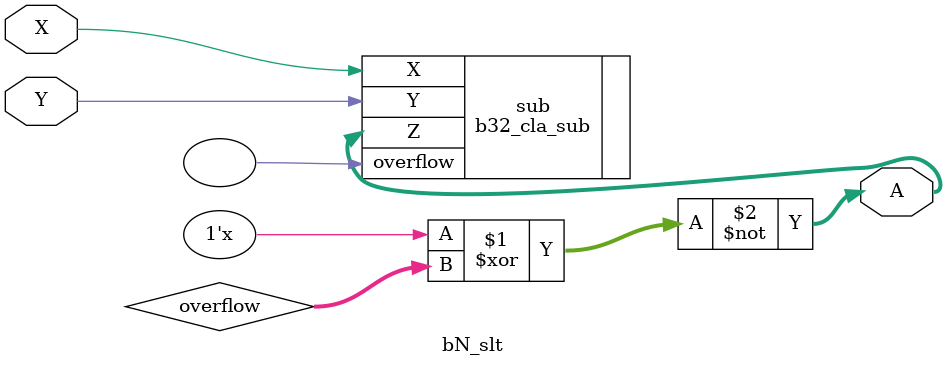
<source format=v>
`timescale 1ns / 1ps

module bN_slt(X, Y, A);
    input wire X, Y;
    output wire [31:0] A;
    wire [31:0] overflow;

    b32_cla_sub sub (.X(X),.Y(Y),.Z(A),.overflow());
    assign A = ~(Z[31]^overflow);

endmodule
</source>
